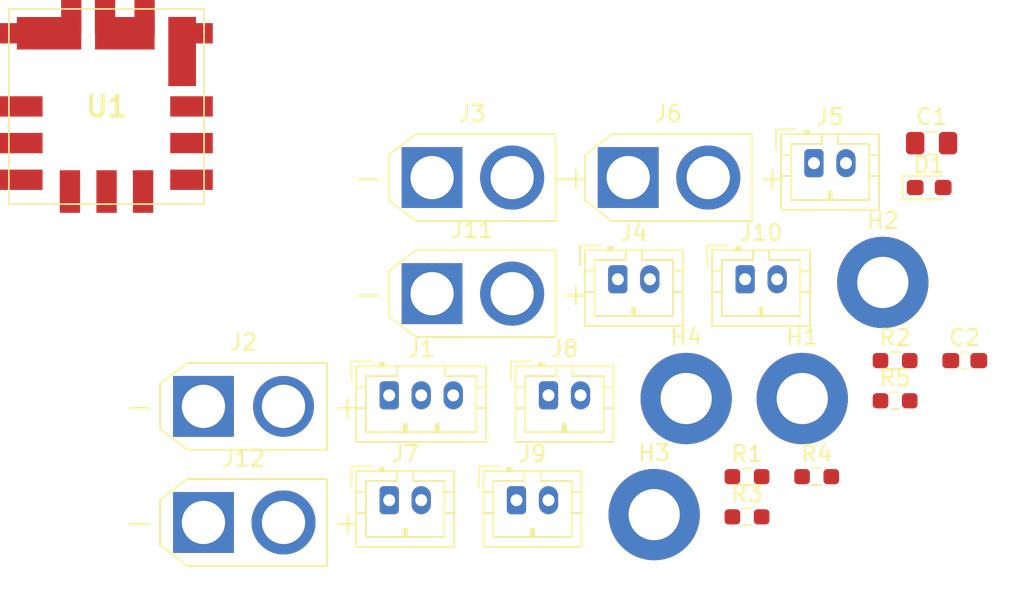
<source format=kicad_pcb>
(kicad_pcb (version 20171130) (host pcbnew "(5.1.9)-1")

  (general
    (thickness 1.6)
    (drawings 0)
    (tracks 0)
    (zones 0)
    (modules 25)
    (nets 12)
  )

  (page A4)
  (layers
    (0 F.Cu signal)
    (31 B.Cu signal)
    (32 B.Adhes user)
    (33 F.Adhes user)
    (34 B.Paste user)
    (35 F.Paste user)
    (36 B.SilkS user)
    (37 F.SilkS user)
    (38 B.Mask user)
    (39 F.Mask user)
    (40 Dwgs.User user)
    (41 Cmts.User user)
    (42 Eco1.User user)
    (43 Eco2.User user)
    (44 Edge.Cuts user)
    (45 Margin user)
    (46 B.CrtYd user)
    (47 F.CrtYd user)
    (48 B.Fab user)
    (49 F.Fab user)
  )

  (setup
    (last_trace_width 0.25)
    (trace_clearance 0.2)
    (zone_clearance 0.508)
    (zone_45_only no)
    (trace_min 0.2)
    (via_size 0.8)
    (via_drill 0.4)
    (via_min_size 0.4)
    (via_min_drill 0.3)
    (uvia_size 0.3)
    (uvia_drill 0.1)
    (uvias_allowed no)
    (uvia_min_size 0.2)
    (uvia_min_drill 0.1)
    (edge_width 0.05)
    (segment_width 0.2)
    (pcb_text_width 0.3)
    (pcb_text_size 1.5 1.5)
    (mod_edge_width 0.12)
    (mod_text_size 1 1)
    (mod_text_width 0.15)
    (pad_size 1.524 1.524)
    (pad_drill 0.762)
    (pad_to_mask_clearance 0)
    (aux_axis_origin 0 0)
    (visible_elements FFFFFF7F)
    (pcbplotparams
      (layerselection 0x010fc_ffffffff)
      (usegerberextensions false)
      (usegerberattributes true)
      (usegerberadvancedattributes true)
      (creategerberjobfile true)
      (excludeedgelayer true)
      (linewidth 0.100000)
      (plotframeref false)
      (viasonmask false)
      (mode 1)
      (useauxorigin false)
      (hpglpennumber 1)
      (hpglpenspeed 20)
      (hpglpendiameter 15.000000)
      (psnegative false)
      (psa4output false)
      (plotreference true)
      (plotvalue true)
      (plotinvisibletext false)
      (padsonsilk false)
      (subtractmaskfromsilk false)
      (outputformat 1)
      (mirror false)
      (drillshape 1)
      (scaleselection 1)
      (outputdirectory ""))
  )

  (net 0 "")
  (net 1 GND)
  (net 2 +BATT)
  (net 3 +5V)
  (net 4 "Net-(D1-Pad1)")
  (net 5 "Net-(J1-Pad2)")
  (net 6 "Net-(R4-Pad1)")
  (net 7 "Net-(U1-Pad12)")
  (net 8 "Net-(U1-Pad11)")
  (net 9 "Net-(U1-Pad10)")
  (net 10 "Net-(U1-Pad9)")
  (net 11 "Net-(U1-Pad8)")

  (net_class Default "This is the default net class."
    (clearance 0.2)
    (trace_width 0.25)
    (via_dia 0.8)
    (via_drill 0.4)
    (uvia_dia 0.3)
    (uvia_drill 0.1)
    (add_net +5V)
    (add_net +BATT)
    (add_net GND)
    (add_net "Net-(D1-Pad1)")
    (add_net "Net-(J1-Pad2)")
    (add_net "Net-(R4-Pad1)")
    (add_net "Net-(U1-Pad10)")
    (add_net "Net-(U1-Pad11)")
    (add_net "Net-(U1-Pad12)")
    (add_net "Net-(U1-Pad8)")
    (add_net "Net-(U1-Pad9)")
  )

  (module OKL-T_6-W12N-C:OKL-T_3-W5 (layer F.Cu) (tedit 60353764) (tstamp 6037716E)
    (at 119.53113 81.149)
    (descr OKL-T/3-W5)
    (tags "Undefined or Miscellaneous")
    (path /5EDB87BA)
    (attr smd)
    (fp_text reference U1 (at -6.095 -6.095) (layer F.SilkS)
      (effects (font (size 1.27 1.27) (thickness 0.254)))
    )
    (fp_text value OKL-T_6-W12N-C (at -6.095 -6.095) (layer F.SilkS) hide
      (effects (font (size 1.27 1.27) (thickness 0.254)))
    )
    (fp_text user %R (at -6.095 -6.095) (layer F.Fab)
      (effects (font (size 1.27 1.27) (thickness 0.254)))
    )
    (fp_line (start -12.19 0) (end 0 0) (layer F.Fab) (width 0.2))
    (fp_line (start 0 0) (end 0 -12.19) (layer F.Fab) (width 0.2))
    (fp_line (start 0 -12.19) (end -12.19 -12.19) (layer F.Fab) (width 0.2))
    (fp_line (start -12.19 -12.19) (end -12.19 0) (layer F.Fab) (width 0.2))
    (fp_line (start -12.19 -12.19) (end 0 -12.19) (layer F.SilkS) (width 0.1))
    (fp_line (start 0 -12.19) (end 0 0) (layer F.SilkS) (width 0.1))
    (fp_line (start 0 0) (end -12.19 0) (layer F.SilkS) (width 0.1))
    (fp_line (start -12.19 0) (end -12.19 -12.19) (layer F.SilkS) (width 0.1))
    (pad 3 smd rect (at -3.71646 -11.6677 180) (size 1.27 2.159) (layers F.Cu F.Paste F.Mask)
      (net 1 GND))
    (pad 3 smd rect (at -6.18446 -11.6677) (size 1.27 2.159) (layers F.Cu F.Paste F.Mask)
      (net 1 GND))
    (pad 4 smd rect (at -0.53613 -10.668 90) (size 1.27 2.159) (layers F.Cu F.Paste F.Mask)
      (net 3 +5V))
    (pad 2 smd rect (at -8.296072 -11.6677 180) (size 1.27 2.159) (layers F.Cu F.Paste F.Mask)
      (net 2 +BATT))
    (pad 2 smd rect (at -11.66657 -10.668 90) (size 1.27 2.159) (layers F.Cu F.Paste F.Mask)
      (net 2 +BATT))
    (pad 12 smd rect (at -3.81 -0.78359 90) (size 2.659 1.27) (layers F.Cu F.Paste F.Mask)
      (net 7 "Net-(U1-Pad12)"))
    (pad 11 smd rect (at -0.78613 -3.81 90) (size 1.27 2.659) (layers F.Cu F.Paste F.Mask)
      (net 8 "Net-(U1-Pad11)"))
    (pad 10 smd rect (at -11.41657 -3.81 90) (size 1.27 2.659) (layers F.Cu F.Paste F.Mask)
      (net 9 "Net-(U1-Pad10)"))
    (pad 9 smd rect (at -11.41657 -1.52 90) (size 1.27 2.659) (layers F.Cu F.Paste F.Mask)
      (net 10 "Net-(U1-Pad9)"))
    (pad 8 smd rect (at -8.38 -0.78359 90) (size 2.659 1.27) (layers F.Cu F.Paste F.Mask)
      (net 11 "Net-(U1-Pad8)"))
    (pad 7 smd rect (at -6.09 -0.78359 90) (size 2.659 1.27) (layers F.Cu F.Paste F.Mask)
      (net 1 GND))
    (pad 6 smd rect (at -0.78613 -1.52 90) (size 1.27 2.659) (layers F.Cu F.Paste F.Mask)
      (net 6 "Net-(R4-Pad1)"))
    (pad 5 smd rect (at -0.78613 -6.1 90) (size 1.27 2.659) (layers F.Cu F.Paste F.Mask)
      (net 3 +5V))
    (pad 4 smd rect (at -1.37 -9.53) (size 1.73 4.32) (layers F.Cu F.Paste F.Mask)
      (net 3 +5V))
    (pad 3 smd rect (at -4.95 -10.67 90) (size 2.03 3.72) (layers F.Cu F.Paste F.Mask)
      (net 1 GND))
    (pad 2 smd rect (at -9.68 -10.67 90) (size 2.03 4.02) (layers F.Cu F.Paste F.Mask)
      (net 2 +BATT))
    (pad 1 smd rect (at -11.41657 -6.1 90) (size 1.27 2.659) (layers F.Cu F.Paste F.Mask)
      (net 1 GND))
  )

  (module Resistor_SMD:R_0603_1608Metric_Pad0.98x0.95mm_HandSolder (layer F.Cu) (tedit 5F68FEEE) (tstamp 60377150)
    (at 162.693 93.433)
    (descr "Resistor SMD 0603 (1608 Metric), square (rectangular) end terminal, IPC_7351 nominal with elongated pad for handsoldering. (Body size source: IPC-SM-782 page 72, https://www.pcb-3d.com/wordpress/wp-content/uploads/ipc-sm-782a_amendment_1_and_2.pdf), generated with kicad-footprint-generator")
    (tags "resistor handsolder")
    (path /5EDDB2C8)
    (attr smd)
    (fp_text reference R5 (at 0 -1.43) (layer F.SilkS)
      (effects (font (size 1 1) (thickness 0.15)))
    )
    (fp_text value 300 (at 0 1.43) (layer F.Fab)
      (effects (font (size 1 1) (thickness 0.15)))
    )
    (fp_text user %R (at 0 0) (layer F.Fab)
      (effects (font (size 0.4 0.4) (thickness 0.06)))
    )
    (fp_line (start -0.8 0.4125) (end -0.8 -0.4125) (layer F.Fab) (width 0.1))
    (fp_line (start -0.8 -0.4125) (end 0.8 -0.4125) (layer F.Fab) (width 0.1))
    (fp_line (start 0.8 -0.4125) (end 0.8 0.4125) (layer F.Fab) (width 0.1))
    (fp_line (start 0.8 0.4125) (end -0.8 0.4125) (layer F.Fab) (width 0.1))
    (fp_line (start -0.254724 -0.5225) (end 0.254724 -0.5225) (layer F.SilkS) (width 0.12))
    (fp_line (start -0.254724 0.5225) (end 0.254724 0.5225) (layer F.SilkS) (width 0.12))
    (fp_line (start -1.65 0.73) (end -1.65 -0.73) (layer F.CrtYd) (width 0.05))
    (fp_line (start -1.65 -0.73) (end 1.65 -0.73) (layer F.CrtYd) (width 0.05))
    (fp_line (start 1.65 -0.73) (end 1.65 0.73) (layer F.CrtYd) (width 0.05))
    (fp_line (start 1.65 0.73) (end -1.65 0.73) (layer F.CrtYd) (width 0.05))
    (pad 2 smd roundrect (at 0.9125 0) (size 0.975 0.95) (layers F.Cu F.Paste F.Mask) (roundrect_rratio 0.25)
      (net 1 GND))
    (pad 1 smd roundrect (at -0.9125 0) (size 0.975 0.95) (layers F.Cu F.Paste F.Mask) (roundrect_rratio 0.25)
      (net 4 "Net-(D1-Pad1)"))
    (model ${KISYS3DMOD}/Resistor_SMD.3dshapes/R_0603_1608Metric.wrl
      (at (xyz 0 0 0))
      (scale (xyz 1 1 1))
      (rotate (xyz 0 0 0))
    )
  )

  (module Resistor_SMD:R_0603_1608Metric_Pad0.98x0.95mm_HandSolder (layer F.Cu) (tedit 5F68FEEE) (tstamp 6037713F)
    (at 157.793 98.173)
    (descr "Resistor SMD 0603 (1608 Metric), square (rectangular) end terminal, IPC_7351 nominal with elongated pad for handsoldering. (Body size source: IPC-SM-782 page 72, https://www.pcb-3d.com/wordpress/wp-content/uploads/ipc-sm-782a_amendment_1_and_2.pdf), generated with kicad-footprint-generator")
    (tags "resistor handsolder")
    (path /5EDB98FF)
    (attr smd)
    (fp_text reference R4 (at 0 -1.43) (layer F.SilkS)
      (effects (font (size 1 1) (thickness 0.15)))
    )
    (fp_text value 1.33K (at 0 1.43) (layer F.Fab)
      (effects (font (size 1 1) (thickness 0.15)))
    )
    (fp_text user %R (at 0 0) (layer F.Fab)
      (effects (font (size 0.4 0.4) (thickness 0.06)))
    )
    (fp_line (start -0.8 0.4125) (end -0.8 -0.4125) (layer F.Fab) (width 0.1))
    (fp_line (start -0.8 -0.4125) (end 0.8 -0.4125) (layer F.Fab) (width 0.1))
    (fp_line (start 0.8 -0.4125) (end 0.8 0.4125) (layer F.Fab) (width 0.1))
    (fp_line (start 0.8 0.4125) (end -0.8 0.4125) (layer F.Fab) (width 0.1))
    (fp_line (start -0.254724 -0.5225) (end 0.254724 -0.5225) (layer F.SilkS) (width 0.12))
    (fp_line (start -0.254724 0.5225) (end 0.254724 0.5225) (layer F.SilkS) (width 0.12))
    (fp_line (start -1.65 0.73) (end -1.65 -0.73) (layer F.CrtYd) (width 0.05))
    (fp_line (start -1.65 -0.73) (end 1.65 -0.73) (layer F.CrtYd) (width 0.05))
    (fp_line (start 1.65 -0.73) (end 1.65 0.73) (layer F.CrtYd) (width 0.05))
    (fp_line (start 1.65 0.73) (end -1.65 0.73) (layer F.CrtYd) (width 0.05))
    (pad 2 smd roundrect (at 0.9125 0) (size 0.975 0.95) (layers F.Cu F.Paste F.Mask) (roundrect_rratio 0.25)
      (net 1 GND))
    (pad 1 smd roundrect (at -0.9125 0) (size 0.975 0.95) (layers F.Cu F.Paste F.Mask) (roundrect_rratio 0.25)
      (net 6 "Net-(R4-Pad1)"))
    (model ${KISYS3DMOD}/Resistor_SMD.3dshapes/R_0603_1608Metric.wrl
      (at (xyz 0 0 0))
      (scale (xyz 1 1 1))
      (rotate (xyz 0 0 0))
    )
  )

  (module Resistor_SMD:R_0603_1608Metric_Pad0.98x0.95mm_HandSolder (layer F.Cu) (tedit 5F68FEEE) (tstamp 6037712E)
    (at 153.443 100.683)
    (descr "Resistor SMD 0603 (1608 Metric), square (rectangular) end terminal, IPC_7351 nominal with elongated pad for handsoldering. (Body size source: IPC-SM-782 page 72, https://www.pcb-3d.com/wordpress/wp-content/uploads/ipc-sm-782a_amendment_1_and_2.pdf), generated with kicad-footprint-generator")
    (tags "resistor handsolder")
    (path /5EDB9CAF)
    (attr smd)
    (fp_text reference R3 (at 0 -1.43) (layer F.SilkS)
      (effects (font (size 1 1) (thickness 0.15)))
    )
    (fp_text value 20K (at 0 1.43) (layer F.Fab)
      (effects (font (size 1 1) (thickness 0.15)))
    )
    (fp_text user %R (at 0 0) (layer F.Fab)
      (effects (font (size 0.4 0.4) (thickness 0.06)))
    )
    (fp_line (start -0.8 0.4125) (end -0.8 -0.4125) (layer F.Fab) (width 0.1))
    (fp_line (start -0.8 -0.4125) (end 0.8 -0.4125) (layer F.Fab) (width 0.1))
    (fp_line (start 0.8 -0.4125) (end 0.8 0.4125) (layer F.Fab) (width 0.1))
    (fp_line (start 0.8 0.4125) (end -0.8 0.4125) (layer F.Fab) (width 0.1))
    (fp_line (start -0.254724 -0.5225) (end 0.254724 -0.5225) (layer F.SilkS) (width 0.12))
    (fp_line (start -0.254724 0.5225) (end 0.254724 0.5225) (layer F.SilkS) (width 0.12))
    (fp_line (start -1.65 0.73) (end -1.65 -0.73) (layer F.CrtYd) (width 0.05))
    (fp_line (start -1.65 -0.73) (end 1.65 -0.73) (layer F.CrtYd) (width 0.05))
    (fp_line (start 1.65 -0.73) (end 1.65 0.73) (layer F.CrtYd) (width 0.05))
    (fp_line (start 1.65 0.73) (end -1.65 0.73) (layer F.CrtYd) (width 0.05))
    (pad 2 smd roundrect (at 0.9125 0) (size 0.975 0.95) (layers F.Cu F.Paste F.Mask) (roundrect_rratio 0.25)
      (net 1 GND))
    (pad 1 smd roundrect (at -0.9125 0) (size 0.975 0.95) (layers F.Cu F.Paste F.Mask) (roundrect_rratio 0.25)
      (net 3 +5V))
    (model ${KISYS3DMOD}/Resistor_SMD.3dshapes/R_0603_1608Metric.wrl
      (at (xyz 0 0 0))
      (scale (xyz 1 1 1))
      (rotate (xyz 0 0 0))
    )
  )

  (module Resistor_SMD:R_0603_1608Metric_Pad0.98x0.95mm_HandSolder (layer F.Cu) (tedit 5F68FEEE) (tstamp 6037711D)
    (at 162.693 90.923)
    (descr "Resistor SMD 0603 (1608 Metric), square (rectangular) end terminal, IPC_7351 nominal with elongated pad for handsoldering. (Body size source: IPC-SM-782 page 72, https://www.pcb-3d.com/wordpress/wp-content/uploads/ipc-sm-782a_amendment_1_and_2.pdf), generated with kicad-footprint-generator")
    (tags "resistor handsolder")
    (path /5EDCC21E)
    (attr smd)
    (fp_text reference R2 (at 0 -1.43) (layer F.SilkS)
      (effects (font (size 1 1) (thickness 0.15)))
    )
    (fp_text value 150 (at 0 1.43) (layer F.Fab)
      (effects (font (size 1 1) (thickness 0.15)))
    )
    (fp_text user %R (at 0 0) (layer F.Fab)
      (effects (font (size 0.4 0.4) (thickness 0.06)))
    )
    (fp_line (start -0.8 0.4125) (end -0.8 -0.4125) (layer F.Fab) (width 0.1))
    (fp_line (start -0.8 -0.4125) (end 0.8 -0.4125) (layer F.Fab) (width 0.1))
    (fp_line (start 0.8 -0.4125) (end 0.8 0.4125) (layer F.Fab) (width 0.1))
    (fp_line (start 0.8 0.4125) (end -0.8 0.4125) (layer F.Fab) (width 0.1))
    (fp_line (start -0.254724 -0.5225) (end 0.254724 -0.5225) (layer F.SilkS) (width 0.12))
    (fp_line (start -0.254724 0.5225) (end 0.254724 0.5225) (layer F.SilkS) (width 0.12))
    (fp_line (start -1.65 0.73) (end -1.65 -0.73) (layer F.CrtYd) (width 0.05))
    (fp_line (start -1.65 -0.73) (end 1.65 -0.73) (layer F.CrtYd) (width 0.05))
    (fp_line (start 1.65 -0.73) (end 1.65 0.73) (layer F.CrtYd) (width 0.05))
    (fp_line (start 1.65 0.73) (end -1.65 0.73) (layer F.CrtYd) (width 0.05))
    (pad 2 smd roundrect (at 0.9125 0) (size 0.975 0.95) (layers F.Cu F.Paste F.Mask) (roundrect_rratio 0.25)
      (net 1 GND))
    (pad 1 smd roundrect (at -0.9125 0) (size 0.975 0.95) (layers F.Cu F.Paste F.Mask) (roundrect_rratio 0.25)
      (net 5 "Net-(J1-Pad2)"))
    (model ${KISYS3DMOD}/Resistor_SMD.3dshapes/R_0603_1608Metric.wrl
      (at (xyz 0 0 0))
      (scale (xyz 1 1 1))
      (rotate (xyz 0 0 0))
    )
  )

  (module Resistor_SMD:R_0603_1608Metric_Pad0.98x0.95mm_HandSolder (layer F.Cu) (tedit 5F68FEEE) (tstamp 6037710C)
    (at 153.443 98.173)
    (descr "Resistor SMD 0603 (1608 Metric), square (rectangular) end terminal, IPC_7351 nominal with elongated pad for handsoldering. (Body size source: IPC-SM-782 page 72, https://www.pcb-3d.com/wordpress/wp-content/uploads/ipc-sm-782a_amendment_1_and_2.pdf), generated with kicad-footprint-generator")
    (tags "resistor handsolder")
    (path /5EDCBAB9)
    (attr smd)
    (fp_text reference R1 (at 0 -1.43) (layer F.SilkS)
      (effects (font (size 1 1) (thickness 0.15)))
    )
    (fp_text value 1K (at 0 1.43) (layer F.Fab)
      (effects (font (size 1 1) (thickness 0.15)))
    )
    (fp_text user %R (at 0 0) (layer F.Fab)
      (effects (font (size 0.4 0.4) (thickness 0.06)))
    )
    (fp_line (start -0.8 0.4125) (end -0.8 -0.4125) (layer F.Fab) (width 0.1))
    (fp_line (start -0.8 -0.4125) (end 0.8 -0.4125) (layer F.Fab) (width 0.1))
    (fp_line (start 0.8 -0.4125) (end 0.8 0.4125) (layer F.Fab) (width 0.1))
    (fp_line (start 0.8 0.4125) (end -0.8 0.4125) (layer F.Fab) (width 0.1))
    (fp_line (start -0.254724 -0.5225) (end 0.254724 -0.5225) (layer F.SilkS) (width 0.12))
    (fp_line (start -0.254724 0.5225) (end 0.254724 0.5225) (layer F.SilkS) (width 0.12))
    (fp_line (start -1.65 0.73) (end -1.65 -0.73) (layer F.CrtYd) (width 0.05))
    (fp_line (start -1.65 -0.73) (end 1.65 -0.73) (layer F.CrtYd) (width 0.05))
    (fp_line (start 1.65 -0.73) (end 1.65 0.73) (layer F.CrtYd) (width 0.05))
    (fp_line (start 1.65 0.73) (end -1.65 0.73) (layer F.CrtYd) (width 0.05))
    (pad 2 smd roundrect (at 0.9125 0) (size 0.975 0.95) (layers F.Cu F.Paste F.Mask) (roundrect_rratio 0.25)
      (net 5 "Net-(J1-Pad2)"))
    (pad 1 smd roundrect (at -0.9125 0) (size 0.975 0.95) (layers F.Cu F.Paste F.Mask) (roundrect_rratio 0.25)
      (net 2 +BATT))
    (model ${KISYS3DMOD}/Resistor_SMD.3dshapes/R_0603_1608Metric.wrl
      (at (xyz 0 0 0))
      (scale (xyz 1 1 1))
      (rotate (xyz 0 0 0))
    )
  )

  (module Connector_AMASS:AMASS_XT30U-F_1x02_P5.0mm_Vertical (layer F.Cu) (tedit 5C8E9CDA) (tstamp 603770FB)
    (at 119.493 101.033)
    (descr "Connector XT30 Vertical Cable Female, https://www.tme.eu/en/Document/3cbfa5cfa544d79584972dd5234a409e/XT30U%20SPEC.pdf")
    (tags "RC Connector XT30")
    (path /5EEE27F1)
    (fp_text reference J12 (at 2.5 -4) (layer F.SilkS)
      (effects (font (size 1 1) (thickness 0.15)))
    )
    (fp_text value "BATT OUTPUT" (at 2.5 4) (layer F.Fab)
      (effects (font (size 1 1) (thickness 0.15)))
    )
    (fp_text user - (at -4 0) (layer F.SilkS)
      (effects (font (size 1.5 1.5) (thickness 0.15)))
    )
    (fp_text user + (at 9 0) (layer F.SilkS)
      (effects (font (size 1.5 1.5) (thickness 0.15)))
    )
    (fp_text user %R (at 2.5 0) (layer F.Fab)
      (effects (font (size 1 1) (thickness 0.15)))
    )
    (fp_line (start -2.6 -1.3) (end -2.6 1.3) (layer F.Fab) (width 0.1))
    (fp_line (start 7.6 -2.6) (end 7.6 2.6) (layer F.Fab) (width 0.1))
    (fp_line (start -0.9 -2.6) (end 7.6 -2.6) (layer F.Fab) (width 0.1))
    (fp_line (start -0.9 2.6) (end 7.6 2.6) (layer F.Fab) (width 0.1))
    (fp_line (start -2.6 -1.3) (end -0.9 -2.6) (layer F.Fab) (width 0.1))
    (fp_line (start -2.6 1.3) (end -0.9 2.6) (layer F.Fab) (width 0.1))
    (fp_line (start -1.01 -2.71) (end 7.71 -2.71) (layer F.SilkS) (width 0.12))
    (fp_line (start 7.71 -2.71) (end 7.71 2.71) (layer F.SilkS) (width 0.12))
    (fp_line (start -1.01 2.71) (end 7.71 2.71) (layer F.SilkS) (width 0.12))
    (fp_line (start -2.71 -1.41) (end -1.01 -2.71) (layer F.SilkS) (width 0.12))
    (fp_line (start -2.71 1.41) (end -1.01 2.71) (layer F.SilkS) (width 0.12))
    (fp_line (start -2.71 -1.41) (end -2.71 1.41) (layer F.SilkS) (width 0.12))
    (fp_line (start -1.4 -3.1) (end 8.1 -3.1) (layer F.CrtYd) (width 0.05))
    (fp_line (start 8.1 -3.1) (end 8.1 3.1) (layer F.CrtYd) (width 0.05))
    (fp_line (start -3.1 -1.8) (end -3.1 1.8) (layer F.CrtYd) (width 0.05))
    (fp_line (start -1.4 3.1) (end 8.1 3.1) (layer F.CrtYd) (width 0.05))
    (fp_line (start -3.1 -1.8) (end -1.4 -3.1) (layer F.CrtYd) (width 0.05))
    (fp_line (start -3.1 1.8) (end -1.4 3.1) (layer F.CrtYd) (width 0.05))
    (pad 2 thru_hole circle (at 5 0) (size 4 4) (drill 2.7) (layers *.Cu *.Mask)
      (net 2 +BATT))
    (pad 1 thru_hole rect (at 0 0) (size 3.8 3.8) (drill 2.7) (layers *.Cu *.Mask)
      (net 1 GND))
    (model ${KISYS3DMOD}/Connector_AMASS.3dshapes/AMASS_XT30U-F_1x02_P5.0mm_Vertical.wrl
      (at (xyz 0 0 0))
      (scale (xyz 1 1 1))
      (rotate (xyz 0 0 0))
    )
  )

  (module Connector_AMASS:AMASS_XT30U-F_1x02_P5.0mm_Vertical (layer F.Cu) (tedit 5C8E9CDA) (tstamp 603770E0)
    (at 133.773 86.743)
    (descr "Connector XT30 Vertical Cable Female, https://www.tme.eu/en/Document/3cbfa5cfa544d79584972dd5234a409e/XT30U%20SPEC.pdf")
    (tags "RC Connector XT30")
    (path /5EECBAEE)
    (fp_text reference J11 (at 2.5 -4) (layer F.SilkS)
      (effects (font (size 1 1) (thickness 0.15)))
    )
    (fp_text value "BATT OUTPUT" (at 2.5 4) (layer F.Fab)
      (effects (font (size 1 1) (thickness 0.15)))
    )
    (fp_text user - (at -4 0) (layer F.SilkS)
      (effects (font (size 1.5 1.5) (thickness 0.15)))
    )
    (fp_text user + (at 9 0) (layer F.SilkS)
      (effects (font (size 1.5 1.5) (thickness 0.15)))
    )
    (fp_text user %R (at 2.5 0) (layer F.Fab)
      (effects (font (size 1 1) (thickness 0.15)))
    )
    (fp_line (start -2.6 -1.3) (end -2.6 1.3) (layer F.Fab) (width 0.1))
    (fp_line (start 7.6 -2.6) (end 7.6 2.6) (layer F.Fab) (width 0.1))
    (fp_line (start -0.9 -2.6) (end 7.6 -2.6) (layer F.Fab) (width 0.1))
    (fp_line (start -0.9 2.6) (end 7.6 2.6) (layer F.Fab) (width 0.1))
    (fp_line (start -2.6 -1.3) (end -0.9 -2.6) (layer F.Fab) (width 0.1))
    (fp_line (start -2.6 1.3) (end -0.9 2.6) (layer F.Fab) (width 0.1))
    (fp_line (start -1.01 -2.71) (end 7.71 -2.71) (layer F.SilkS) (width 0.12))
    (fp_line (start 7.71 -2.71) (end 7.71 2.71) (layer F.SilkS) (width 0.12))
    (fp_line (start -1.01 2.71) (end 7.71 2.71) (layer F.SilkS) (width 0.12))
    (fp_line (start -2.71 -1.41) (end -1.01 -2.71) (layer F.SilkS) (width 0.12))
    (fp_line (start -2.71 1.41) (end -1.01 2.71) (layer F.SilkS) (width 0.12))
    (fp_line (start -2.71 -1.41) (end -2.71 1.41) (layer F.SilkS) (width 0.12))
    (fp_line (start -1.4 -3.1) (end 8.1 -3.1) (layer F.CrtYd) (width 0.05))
    (fp_line (start 8.1 -3.1) (end 8.1 3.1) (layer F.CrtYd) (width 0.05))
    (fp_line (start -3.1 -1.8) (end -3.1 1.8) (layer F.CrtYd) (width 0.05))
    (fp_line (start -1.4 3.1) (end 8.1 3.1) (layer F.CrtYd) (width 0.05))
    (fp_line (start -3.1 -1.8) (end -1.4 -3.1) (layer F.CrtYd) (width 0.05))
    (fp_line (start -3.1 1.8) (end -1.4 3.1) (layer F.CrtYd) (width 0.05))
    (pad 2 thru_hole circle (at 5 0) (size 4 4) (drill 2.7) (layers *.Cu *.Mask)
      (net 2 +BATT))
    (pad 1 thru_hole rect (at 0 0) (size 3.8 3.8) (drill 2.7) (layers *.Cu *.Mask)
      (net 1 GND))
    (model ${KISYS3DMOD}/Connector_AMASS.3dshapes/AMASS_XT30U-F_1x02_P5.0mm_Vertical.wrl
      (at (xyz 0 0 0))
      (scale (xyz 1 1 1))
      (rotate (xyz 0 0 0))
    )
  )

  (module Connector_JST:JST_PH_B2B-PH-K_1x02_P2.00mm_Vertical (layer F.Cu) (tedit 5B7745C2) (tstamp 603770C5)
    (at 153.323 85.843)
    (descr "JST PH series connector, B2B-PH-K (http://www.jst-mfg.com/product/pdf/eng/ePH.pdf), generated with kicad-footprint-generator")
    (tags "connector JST PH side entry")
    (path /5EE55BA1)
    (fp_text reference J10 (at 1 -2.9) (layer F.SilkS)
      (effects (font (size 1 1) (thickness 0.15)))
    )
    (fp_text value "5V OUTPUT" (at 1 4) (layer F.Fab)
      (effects (font (size 1 1) (thickness 0.15)))
    )
    (fp_text user %R (at 1 1.5) (layer F.Fab)
      (effects (font (size 1 1) (thickness 0.15)))
    )
    (fp_line (start -2.06 -1.81) (end -2.06 2.91) (layer F.SilkS) (width 0.12))
    (fp_line (start -2.06 2.91) (end 4.06 2.91) (layer F.SilkS) (width 0.12))
    (fp_line (start 4.06 2.91) (end 4.06 -1.81) (layer F.SilkS) (width 0.12))
    (fp_line (start 4.06 -1.81) (end -2.06 -1.81) (layer F.SilkS) (width 0.12))
    (fp_line (start -0.3 -1.81) (end -0.3 -2.01) (layer F.SilkS) (width 0.12))
    (fp_line (start -0.3 -2.01) (end -0.6 -2.01) (layer F.SilkS) (width 0.12))
    (fp_line (start -0.6 -2.01) (end -0.6 -1.81) (layer F.SilkS) (width 0.12))
    (fp_line (start -0.3 -1.91) (end -0.6 -1.91) (layer F.SilkS) (width 0.12))
    (fp_line (start 0.5 -1.81) (end 0.5 -1.2) (layer F.SilkS) (width 0.12))
    (fp_line (start 0.5 -1.2) (end -1.45 -1.2) (layer F.SilkS) (width 0.12))
    (fp_line (start -1.45 -1.2) (end -1.45 2.3) (layer F.SilkS) (width 0.12))
    (fp_line (start -1.45 2.3) (end 3.45 2.3) (layer F.SilkS) (width 0.12))
    (fp_line (start 3.45 2.3) (end 3.45 -1.2) (layer F.SilkS) (width 0.12))
    (fp_line (start 3.45 -1.2) (end 1.5 -1.2) (layer F.SilkS) (width 0.12))
    (fp_line (start 1.5 -1.2) (end 1.5 -1.81) (layer F.SilkS) (width 0.12))
    (fp_line (start -2.06 -0.5) (end -1.45 -0.5) (layer F.SilkS) (width 0.12))
    (fp_line (start -2.06 0.8) (end -1.45 0.8) (layer F.SilkS) (width 0.12))
    (fp_line (start 4.06 -0.5) (end 3.45 -0.5) (layer F.SilkS) (width 0.12))
    (fp_line (start 4.06 0.8) (end 3.45 0.8) (layer F.SilkS) (width 0.12))
    (fp_line (start 0.9 2.3) (end 0.9 1.8) (layer F.SilkS) (width 0.12))
    (fp_line (start 0.9 1.8) (end 1.1 1.8) (layer F.SilkS) (width 0.12))
    (fp_line (start 1.1 1.8) (end 1.1 2.3) (layer F.SilkS) (width 0.12))
    (fp_line (start 1 2.3) (end 1 1.8) (layer F.SilkS) (width 0.12))
    (fp_line (start -1.11 -2.11) (end -2.36 -2.11) (layer F.SilkS) (width 0.12))
    (fp_line (start -2.36 -2.11) (end -2.36 -0.86) (layer F.SilkS) (width 0.12))
    (fp_line (start -1.11 -2.11) (end -2.36 -2.11) (layer F.Fab) (width 0.1))
    (fp_line (start -2.36 -2.11) (end -2.36 -0.86) (layer F.Fab) (width 0.1))
    (fp_line (start -1.95 -1.7) (end -1.95 2.8) (layer F.Fab) (width 0.1))
    (fp_line (start -1.95 2.8) (end 3.95 2.8) (layer F.Fab) (width 0.1))
    (fp_line (start 3.95 2.8) (end 3.95 -1.7) (layer F.Fab) (width 0.1))
    (fp_line (start 3.95 -1.7) (end -1.95 -1.7) (layer F.Fab) (width 0.1))
    (fp_line (start -2.45 -2.2) (end -2.45 3.3) (layer F.CrtYd) (width 0.05))
    (fp_line (start -2.45 3.3) (end 4.45 3.3) (layer F.CrtYd) (width 0.05))
    (fp_line (start 4.45 3.3) (end 4.45 -2.2) (layer F.CrtYd) (width 0.05))
    (fp_line (start 4.45 -2.2) (end -2.45 -2.2) (layer F.CrtYd) (width 0.05))
    (pad 2 thru_hole oval (at 2 0) (size 1.2 1.75) (drill 0.75) (layers *.Cu *.Mask)
      (net 1 GND))
    (pad 1 thru_hole roundrect (at 0 0) (size 1.2 1.75) (drill 0.75) (layers *.Cu *.Mask) (roundrect_rratio 0.208333)
      (net 3 +5V))
    (model ${KISYS3DMOD}/Connector_JST.3dshapes/JST_PH_B2B-PH-K_1x02_P2.00mm_Vertical.wrl
      (at (xyz 0 0 0))
      (scale (xyz 1 1 1))
      (rotate (xyz 0 0 0))
    )
  )

  (module Connector_JST:JST_PH_B2B-PH-K_1x02_P2.00mm_Vertical (layer F.Cu) (tedit 5B7745C2) (tstamp 6037709B)
    (at 139.043 99.643)
    (descr "JST PH series connector, B2B-PH-K (http://www.jst-mfg.com/product/pdf/eng/ePH.pdf), generated with kicad-footprint-generator")
    (tags "connector JST PH side entry")
    (path /5EE01E70)
    (fp_text reference J9 (at 1 -2.9) (layer F.SilkS)
      (effects (font (size 1 1) (thickness 0.15)))
    )
    (fp_text value "5V OUTPUT" (at 1 4) (layer F.Fab)
      (effects (font (size 1 1) (thickness 0.15)))
    )
    (fp_text user %R (at 1 1.5) (layer F.Fab)
      (effects (font (size 1 1) (thickness 0.15)))
    )
    (fp_line (start -2.06 -1.81) (end -2.06 2.91) (layer F.SilkS) (width 0.12))
    (fp_line (start -2.06 2.91) (end 4.06 2.91) (layer F.SilkS) (width 0.12))
    (fp_line (start 4.06 2.91) (end 4.06 -1.81) (layer F.SilkS) (width 0.12))
    (fp_line (start 4.06 -1.81) (end -2.06 -1.81) (layer F.SilkS) (width 0.12))
    (fp_line (start -0.3 -1.81) (end -0.3 -2.01) (layer F.SilkS) (width 0.12))
    (fp_line (start -0.3 -2.01) (end -0.6 -2.01) (layer F.SilkS) (width 0.12))
    (fp_line (start -0.6 -2.01) (end -0.6 -1.81) (layer F.SilkS) (width 0.12))
    (fp_line (start -0.3 -1.91) (end -0.6 -1.91) (layer F.SilkS) (width 0.12))
    (fp_line (start 0.5 -1.81) (end 0.5 -1.2) (layer F.SilkS) (width 0.12))
    (fp_line (start 0.5 -1.2) (end -1.45 -1.2) (layer F.SilkS) (width 0.12))
    (fp_line (start -1.45 -1.2) (end -1.45 2.3) (layer F.SilkS) (width 0.12))
    (fp_line (start -1.45 2.3) (end 3.45 2.3) (layer F.SilkS) (width 0.12))
    (fp_line (start 3.45 2.3) (end 3.45 -1.2) (layer F.SilkS) (width 0.12))
    (fp_line (start 3.45 -1.2) (end 1.5 -1.2) (layer F.SilkS) (width 0.12))
    (fp_line (start 1.5 -1.2) (end 1.5 -1.81) (layer F.SilkS) (width 0.12))
    (fp_line (start -2.06 -0.5) (end -1.45 -0.5) (layer F.SilkS) (width 0.12))
    (fp_line (start -2.06 0.8) (end -1.45 0.8) (layer F.SilkS) (width 0.12))
    (fp_line (start 4.06 -0.5) (end 3.45 -0.5) (layer F.SilkS) (width 0.12))
    (fp_line (start 4.06 0.8) (end 3.45 0.8) (layer F.SilkS) (width 0.12))
    (fp_line (start 0.9 2.3) (end 0.9 1.8) (layer F.SilkS) (width 0.12))
    (fp_line (start 0.9 1.8) (end 1.1 1.8) (layer F.SilkS) (width 0.12))
    (fp_line (start 1.1 1.8) (end 1.1 2.3) (layer F.SilkS) (width 0.12))
    (fp_line (start 1 2.3) (end 1 1.8) (layer F.SilkS) (width 0.12))
    (fp_line (start -1.11 -2.11) (end -2.36 -2.11) (layer F.SilkS) (width 0.12))
    (fp_line (start -2.36 -2.11) (end -2.36 -0.86) (layer F.SilkS) (width 0.12))
    (fp_line (start -1.11 -2.11) (end -2.36 -2.11) (layer F.Fab) (width 0.1))
    (fp_line (start -2.36 -2.11) (end -2.36 -0.86) (layer F.Fab) (width 0.1))
    (fp_line (start -1.95 -1.7) (end -1.95 2.8) (layer F.Fab) (width 0.1))
    (fp_line (start -1.95 2.8) (end 3.95 2.8) (layer F.Fab) (width 0.1))
    (fp_line (start 3.95 2.8) (end 3.95 -1.7) (layer F.Fab) (width 0.1))
    (fp_line (start 3.95 -1.7) (end -1.95 -1.7) (layer F.Fab) (width 0.1))
    (fp_line (start -2.45 -2.2) (end -2.45 3.3) (layer F.CrtYd) (width 0.05))
    (fp_line (start -2.45 3.3) (end 4.45 3.3) (layer F.CrtYd) (width 0.05))
    (fp_line (start 4.45 3.3) (end 4.45 -2.2) (layer F.CrtYd) (width 0.05))
    (fp_line (start 4.45 -2.2) (end -2.45 -2.2) (layer F.CrtYd) (width 0.05))
    (pad 2 thru_hole oval (at 2 0) (size 1.2 1.75) (drill 0.75) (layers *.Cu *.Mask)
      (net 1 GND))
    (pad 1 thru_hole roundrect (at 0 0) (size 1.2 1.75) (drill 0.75) (layers *.Cu *.Mask) (roundrect_rratio 0.208333)
      (net 3 +5V))
    (model ${KISYS3DMOD}/Connector_JST.3dshapes/JST_PH_B2B-PH-K_1x02_P2.00mm_Vertical.wrl
      (at (xyz 0 0 0))
      (scale (xyz 1 1 1))
      (rotate (xyz 0 0 0))
    )
  )

  (module Connector_JST:JST_PH_B2B-PH-K_1x02_P2.00mm_Vertical (layer F.Cu) (tedit 5B7745C2) (tstamp 60377071)
    (at 141.043 93.093)
    (descr "JST PH series connector, B2B-PH-K (http://www.jst-mfg.com/product/pdf/eng/ePH.pdf), generated with kicad-footprint-generator")
    (tags "connector JST PH side entry")
    (path /5EE55B8B)
    (fp_text reference J8 (at 1 -2.9) (layer F.SilkS)
      (effects (font (size 1 1) (thickness 0.15)))
    )
    (fp_text value "5V OUTPUT" (at 1 4) (layer F.Fab)
      (effects (font (size 1 1) (thickness 0.15)))
    )
    (fp_text user %R (at 1 1.5) (layer F.Fab)
      (effects (font (size 1 1) (thickness 0.15)))
    )
    (fp_line (start -2.06 -1.81) (end -2.06 2.91) (layer F.SilkS) (width 0.12))
    (fp_line (start -2.06 2.91) (end 4.06 2.91) (layer F.SilkS) (width 0.12))
    (fp_line (start 4.06 2.91) (end 4.06 -1.81) (layer F.SilkS) (width 0.12))
    (fp_line (start 4.06 -1.81) (end -2.06 -1.81) (layer F.SilkS) (width 0.12))
    (fp_line (start -0.3 -1.81) (end -0.3 -2.01) (layer F.SilkS) (width 0.12))
    (fp_line (start -0.3 -2.01) (end -0.6 -2.01) (layer F.SilkS) (width 0.12))
    (fp_line (start -0.6 -2.01) (end -0.6 -1.81) (layer F.SilkS) (width 0.12))
    (fp_line (start -0.3 -1.91) (end -0.6 -1.91) (layer F.SilkS) (width 0.12))
    (fp_line (start 0.5 -1.81) (end 0.5 -1.2) (layer F.SilkS) (width 0.12))
    (fp_line (start 0.5 -1.2) (end -1.45 -1.2) (layer F.SilkS) (width 0.12))
    (fp_line (start -1.45 -1.2) (end -1.45 2.3) (layer F.SilkS) (width 0.12))
    (fp_line (start -1.45 2.3) (end 3.45 2.3) (layer F.SilkS) (width 0.12))
    (fp_line (start 3.45 2.3) (end 3.45 -1.2) (layer F.SilkS) (width 0.12))
    (fp_line (start 3.45 -1.2) (end 1.5 -1.2) (layer F.SilkS) (width 0.12))
    (fp_line (start 1.5 -1.2) (end 1.5 -1.81) (layer F.SilkS) (width 0.12))
    (fp_line (start -2.06 -0.5) (end -1.45 -0.5) (layer F.SilkS) (width 0.12))
    (fp_line (start -2.06 0.8) (end -1.45 0.8) (layer F.SilkS) (width 0.12))
    (fp_line (start 4.06 -0.5) (end 3.45 -0.5) (layer F.SilkS) (width 0.12))
    (fp_line (start 4.06 0.8) (end 3.45 0.8) (layer F.SilkS) (width 0.12))
    (fp_line (start 0.9 2.3) (end 0.9 1.8) (layer F.SilkS) (width 0.12))
    (fp_line (start 0.9 1.8) (end 1.1 1.8) (layer F.SilkS) (width 0.12))
    (fp_line (start 1.1 1.8) (end 1.1 2.3) (layer F.SilkS) (width 0.12))
    (fp_line (start 1 2.3) (end 1 1.8) (layer F.SilkS) (width 0.12))
    (fp_line (start -1.11 -2.11) (end -2.36 -2.11) (layer F.SilkS) (width 0.12))
    (fp_line (start -2.36 -2.11) (end -2.36 -0.86) (layer F.SilkS) (width 0.12))
    (fp_line (start -1.11 -2.11) (end -2.36 -2.11) (layer F.Fab) (width 0.1))
    (fp_line (start -2.36 -2.11) (end -2.36 -0.86) (layer F.Fab) (width 0.1))
    (fp_line (start -1.95 -1.7) (end -1.95 2.8) (layer F.Fab) (width 0.1))
    (fp_line (start -1.95 2.8) (end 3.95 2.8) (layer F.Fab) (width 0.1))
    (fp_line (start 3.95 2.8) (end 3.95 -1.7) (layer F.Fab) (width 0.1))
    (fp_line (start 3.95 -1.7) (end -1.95 -1.7) (layer F.Fab) (width 0.1))
    (fp_line (start -2.45 -2.2) (end -2.45 3.3) (layer F.CrtYd) (width 0.05))
    (fp_line (start -2.45 3.3) (end 4.45 3.3) (layer F.CrtYd) (width 0.05))
    (fp_line (start 4.45 3.3) (end 4.45 -2.2) (layer F.CrtYd) (width 0.05))
    (fp_line (start 4.45 -2.2) (end -2.45 -2.2) (layer F.CrtYd) (width 0.05))
    (pad 2 thru_hole oval (at 2 0) (size 1.2 1.75) (drill 0.75) (layers *.Cu *.Mask)
      (net 1 GND))
    (pad 1 thru_hole roundrect (at 0 0) (size 1.2 1.75) (drill 0.75) (layers *.Cu *.Mask) (roundrect_rratio 0.208333)
      (net 3 +5V))
    (model ${KISYS3DMOD}/Connector_JST.3dshapes/JST_PH_B2B-PH-K_1x02_P2.00mm_Vertical.wrl
      (at (xyz 0 0 0))
      (scale (xyz 1 1 1))
      (rotate (xyz 0 0 0))
    )
  )

  (module Connector_JST:JST_PH_B2B-PH-K_1x02_P2.00mm_Vertical (layer F.Cu) (tedit 5B7745C2) (tstamp 60377047)
    (at 131.093 99.643)
    (descr "JST PH series connector, B2B-PH-K (http://www.jst-mfg.com/product/pdf/eng/ePH.pdf), generated with kicad-footprint-generator")
    (tags "connector JST PH side entry")
    (path /5EDF8F5B)
    (fp_text reference J7 (at 1 -2.9) (layer F.SilkS)
      (effects (font (size 1 1) (thickness 0.15)))
    )
    (fp_text value "5V OUTPUT" (at 1 4) (layer F.Fab)
      (effects (font (size 1 1) (thickness 0.15)))
    )
    (fp_text user %R (at 1 1.5) (layer F.Fab)
      (effects (font (size 1 1) (thickness 0.15)))
    )
    (fp_line (start -2.06 -1.81) (end -2.06 2.91) (layer F.SilkS) (width 0.12))
    (fp_line (start -2.06 2.91) (end 4.06 2.91) (layer F.SilkS) (width 0.12))
    (fp_line (start 4.06 2.91) (end 4.06 -1.81) (layer F.SilkS) (width 0.12))
    (fp_line (start 4.06 -1.81) (end -2.06 -1.81) (layer F.SilkS) (width 0.12))
    (fp_line (start -0.3 -1.81) (end -0.3 -2.01) (layer F.SilkS) (width 0.12))
    (fp_line (start -0.3 -2.01) (end -0.6 -2.01) (layer F.SilkS) (width 0.12))
    (fp_line (start -0.6 -2.01) (end -0.6 -1.81) (layer F.SilkS) (width 0.12))
    (fp_line (start -0.3 -1.91) (end -0.6 -1.91) (layer F.SilkS) (width 0.12))
    (fp_line (start 0.5 -1.81) (end 0.5 -1.2) (layer F.SilkS) (width 0.12))
    (fp_line (start 0.5 -1.2) (end -1.45 -1.2) (layer F.SilkS) (width 0.12))
    (fp_line (start -1.45 -1.2) (end -1.45 2.3) (layer F.SilkS) (width 0.12))
    (fp_line (start -1.45 2.3) (end 3.45 2.3) (layer F.SilkS) (width 0.12))
    (fp_line (start 3.45 2.3) (end 3.45 -1.2) (layer F.SilkS) (width 0.12))
    (fp_line (start 3.45 -1.2) (end 1.5 -1.2) (layer F.SilkS) (width 0.12))
    (fp_line (start 1.5 -1.2) (end 1.5 -1.81) (layer F.SilkS) (width 0.12))
    (fp_line (start -2.06 -0.5) (end -1.45 -0.5) (layer F.SilkS) (width 0.12))
    (fp_line (start -2.06 0.8) (end -1.45 0.8) (layer F.SilkS) (width 0.12))
    (fp_line (start 4.06 -0.5) (end 3.45 -0.5) (layer F.SilkS) (width 0.12))
    (fp_line (start 4.06 0.8) (end 3.45 0.8) (layer F.SilkS) (width 0.12))
    (fp_line (start 0.9 2.3) (end 0.9 1.8) (layer F.SilkS) (width 0.12))
    (fp_line (start 0.9 1.8) (end 1.1 1.8) (layer F.SilkS) (width 0.12))
    (fp_line (start 1.1 1.8) (end 1.1 2.3) (layer F.SilkS) (width 0.12))
    (fp_line (start 1 2.3) (end 1 1.8) (layer F.SilkS) (width 0.12))
    (fp_line (start -1.11 -2.11) (end -2.36 -2.11) (layer F.SilkS) (width 0.12))
    (fp_line (start -2.36 -2.11) (end -2.36 -0.86) (layer F.SilkS) (width 0.12))
    (fp_line (start -1.11 -2.11) (end -2.36 -2.11) (layer F.Fab) (width 0.1))
    (fp_line (start -2.36 -2.11) (end -2.36 -0.86) (layer F.Fab) (width 0.1))
    (fp_line (start -1.95 -1.7) (end -1.95 2.8) (layer F.Fab) (width 0.1))
    (fp_line (start -1.95 2.8) (end 3.95 2.8) (layer F.Fab) (width 0.1))
    (fp_line (start 3.95 2.8) (end 3.95 -1.7) (layer F.Fab) (width 0.1))
    (fp_line (start 3.95 -1.7) (end -1.95 -1.7) (layer F.Fab) (width 0.1))
    (fp_line (start -2.45 -2.2) (end -2.45 3.3) (layer F.CrtYd) (width 0.05))
    (fp_line (start -2.45 3.3) (end 4.45 3.3) (layer F.CrtYd) (width 0.05))
    (fp_line (start 4.45 3.3) (end 4.45 -2.2) (layer F.CrtYd) (width 0.05))
    (fp_line (start 4.45 -2.2) (end -2.45 -2.2) (layer F.CrtYd) (width 0.05))
    (pad 2 thru_hole oval (at 2 0) (size 1.2 1.75) (drill 0.75) (layers *.Cu *.Mask)
      (net 1 GND))
    (pad 1 thru_hole roundrect (at 0 0) (size 1.2 1.75) (drill 0.75) (layers *.Cu *.Mask) (roundrect_rratio 0.208333)
      (net 3 +5V))
    (model ${KISYS3DMOD}/Connector_JST.3dshapes/JST_PH_B2B-PH-K_1x02_P2.00mm_Vertical.wrl
      (at (xyz 0 0 0))
      (scale (xyz 1 1 1))
      (rotate (xyz 0 0 0))
    )
  )

  (module Connector_AMASS:AMASS_XT30U-F_1x02_P5.0mm_Vertical (layer F.Cu) (tedit 5C8E9CDA) (tstamp 6037701D)
    (at 146.023 79.493)
    (descr "Connector XT30 Vertical Cable Female, https://www.tme.eu/en/Document/3cbfa5cfa544d79584972dd5234a409e/XT30U%20SPEC.pdf")
    (tags "RC Connector XT30")
    (path /5EE0891A)
    (fp_text reference J6 (at 2.5 -4) (layer F.SilkS)
      (effects (font (size 1 1) (thickness 0.15)))
    )
    (fp_text value "BATT OUTPUT" (at 2.5 4) (layer F.Fab)
      (effects (font (size 1 1) (thickness 0.15)))
    )
    (fp_text user - (at -4 0) (layer F.SilkS)
      (effects (font (size 1.5 1.5) (thickness 0.15)))
    )
    (fp_text user + (at 9 0) (layer F.SilkS)
      (effects (font (size 1.5 1.5) (thickness 0.15)))
    )
    (fp_text user %R (at 2.5 0) (layer F.Fab)
      (effects (font (size 1 1) (thickness 0.15)))
    )
    (fp_line (start -2.6 -1.3) (end -2.6 1.3) (layer F.Fab) (width 0.1))
    (fp_line (start 7.6 -2.6) (end 7.6 2.6) (layer F.Fab) (width 0.1))
    (fp_line (start -0.9 -2.6) (end 7.6 -2.6) (layer F.Fab) (width 0.1))
    (fp_line (start -0.9 2.6) (end 7.6 2.6) (layer F.Fab) (width 0.1))
    (fp_line (start -2.6 -1.3) (end -0.9 -2.6) (layer F.Fab) (width 0.1))
    (fp_line (start -2.6 1.3) (end -0.9 2.6) (layer F.Fab) (width 0.1))
    (fp_line (start -1.01 -2.71) (end 7.71 -2.71) (layer F.SilkS) (width 0.12))
    (fp_line (start 7.71 -2.71) (end 7.71 2.71) (layer F.SilkS) (width 0.12))
    (fp_line (start -1.01 2.71) (end 7.71 2.71) (layer F.SilkS) (width 0.12))
    (fp_line (start -2.71 -1.41) (end -1.01 -2.71) (layer F.SilkS) (width 0.12))
    (fp_line (start -2.71 1.41) (end -1.01 2.71) (layer F.SilkS) (width 0.12))
    (fp_line (start -2.71 -1.41) (end -2.71 1.41) (layer F.SilkS) (width 0.12))
    (fp_line (start -1.4 -3.1) (end 8.1 -3.1) (layer F.CrtYd) (width 0.05))
    (fp_line (start 8.1 -3.1) (end 8.1 3.1) (layer F.CrtYd) (width 0.05))
    (fp_line (start -3.1 -1.8) (end -3.1 1.8) (layer F.CrtYd) (width 0.05))
    (fp_line (start -1.4 3.1) (end 8.1 3.1) (layer F.CrtYd) (width 0.05))
    (fp_line (start -3.1 -1.8) (end -1.4 -3.1) (layer F.CrtYd) (width 0.05))
    (fp_line (start -3.1 1.8) (end -1.4 3.1) (layer F.CrtYd) (width 0.05))
    (pad 2 thru_hole circle (at 5 0) (size 4 4) (drill 2.7) (layers *.Cu *.Mask)
      (net 2 +BATT))
    (pad 1 thru_hole rect (at 0 0) (size 3.8 3.8) (drill 2.7) (layers *.Cu *.Mask)
      (net 1 GND))
    (model ${KISYS3DMOD}/Connector_AMASS.3dshapes/AMASS_XT30U-F_1x02_P5.0mm_Vertical.wrl
      (at (xyz 0 0 0))
      (scale (xyz 1 1 1))
      (rotate (xyz 0 0 0))
    )
  )

  (module Connector_JST:JST_PH_B2B-PH-K_1x02_P2.00mm_Vertical (layer F.Cu) (tedit 5B7745C2) (tstamp 60377002)
    (at 157.623 78.593)
    (descr "JST PH series connector, B2B-PH-K (http://www.jst-mfg.com/product/pdf/eng/ePH.pdf), generated with kicad-footprint-generator")
    (tags "connector JST PH side entry")
    (path /5EE55B75)
    (fp_text reference J5 (at 1 -2.9) (layer F.SilkS)
      (effects (font (size 1 1) (thickness 0.15)))
    )
    (fp_text value "5V OUTPUT" (at 1 4) (layer F.Fab)
      (effects (font (size 1 1) (thickness 0.15)))
    )
    (fp_text user %R (at 1 1.5) (layer F.Fab)
      (effects (font (size 1 1) (thickness 0.15)))
    )
    (fp_line (start -2.06 -1.81) (end -2.06 2.91) (layer F.SilkS) (width 0.12))
    (fp_line (start -2.06 2.91) (end 4.06 2.91) (layer F.SilkS) (width 0.12))
    (fp_line (start 4.06 2.91) (end 4.06 -1.81) (layer F.SilkS) (width 0.12))
    (fp_line (start 4.06 -1.81) (end -2.06 -1.81) (layer F.SilkS) (width 0.12))
    (fp_line (start -0.3 -1.81) (end -0.3 -2.01) (layer F.SilkS) (width 0.12))
    (fp_line (start -0.3 -2.01) (end -0.6 -2.01) (layer F.SilkS) (width 0.12))
    (fp_line (start -0.6 -2.01) (end -0.6 -1.81) (layer F.SilkS) (width 0.12))
    (fp_line (start -0.3 -1.91) (end -0.6 -1.91) (layer F.SilkS) (width 0.12))
    (fp_line (start 0.5 -1.81) (end 0.5 -1.2) (layer F.SilkS) (width 0.12))
    (fp_line (start 0.5 -1.2) (end -1.45 -1.2) (layer F.SilkS) (width 0.12))
    (fp_line (start -1.45 -1.2) (end -1.45 2.3) (layer F.SilkS) (width 0.12))
    (fp_line (start -1.45 2.3) (end 3.45 2.3) (layer F.SilkS) (width 0.12))
    (fp_line (start 3.45 2.3) (end 3.45 -1.2) (layer F.SilkS) (width 0.12))
    (fp_line (start 3.45 -1.2) (end 1.5 -1.2) (layer F.SilkS) (width 0.12))
    (fp_line (start 1.5 -1.2) (end 1.5 -1.81) (layer F.SilkS) (width 0.12))
    (fp_line (start -2.06 -0.5) (end -1.45 -0.5) (layer F.SilkS) (width 0.12))
    (fp_line (start -2.06 0.8) (end -1.45 0.8) (layer F.SilkS) (width 0.12))
    (fp_line (start 4.06 -0.5) (end 3.45 -0.5) (layer F.SilkS) (width 0.12))
    (fp_line (start 4.06 0.8) (end 3.45 0.8) (layer F.SilkS) (width 0.12))
    (fp_line (start 0.9 2.3) (end 0.9 1.8) (layer F.SilkS) (width 0.12))
    (fp_line (start 0.9 1.8) (end 1.1 1.8) (layer F.SilkS) (width 0.12))
    (fp_line (start 1.1 1.8) (end 1.1 2.3) (layer F.SilkS) (width 0.12))
    (fp_line (start 1 2.3) (end 1 1.8) (layer F.SilkS) (width 0.12))
    (fp_line (start -1.11 -2.11) (end -2.36 -2.11) (layer F.SilkS) (width 0.12))
    (fp_line (start -2.36 -2.11) (end -2.36 -0.86) (layer F.SilkS) (width 0.12))
    (fp_line (start -1.11 -2.11) (end -2.36 -2.11) (layer F.Fab) (width 0.1))
    (fp_line (start -2.36 -2.11) (end -2.36 -0.86) (layer F.Fab) (width 0.1))
    (fp_line (start -1.95 -1.7) (end -1.95 2.8) (layer F.Fab) (width 0.1))
    (fp_line (start -1.95 2.8) (end 3.95 2.8) (layer F.Fab) (width 0.1))
    (fp_line (start 3.95 2.8) (end 3.95 -1.7) (layer F.Fab) (width 0.1))
    (fp_line (start 3.95 -1.7) (end -1.95 -1.7) (layer F.Fab) (width 0.1))
    (fp_line (start -2.45 -2.2) (end -2.45 3.3) (layer F.CrtYd) (width 0.05))
    (fp_line (start -2.45 3.3) (end 4.45 3.3) (layer F.CrtYd) (width 0.05))
    (fp_line (start 4.45 3.3) (end 4.45 -2.2) (layer F.CrtYd) (width 0.05))
    (fp_line (start 4.45 -2.2) (end -2.45 -2.2) (layer F.CrtYd) (width 0.05))
    (pad 2 thru_hole oval (at 2 0) (size 1.2 1.75) (drill 0.75) (layers *.Cu *.Mask)
      (net 1 GND))
    (pad 1 thru_hole roundrect (at 0 0) (size 1.2 1.75) (drill 0.75) (layers *.Cu *.Mask) (roundrect_rratio 0.208333)
      (net 3 +5V))
    (model ${KISYS3DMOD}/Connector_JST.3dshapes/JST_PH_B2B-PH-K_1x02_P2.00mm_Vertical.wrl
      (at (xyz 0 0 0))
      (scale (xyz 1 1 1))
      (rotate (xyz 0 0 0))
    )
  )

  (module Connector_JST:JST_PH_B2B-PH-K_1x02_P2.00mm_Vertical (layer F.Cu) (tedit 5B7745C2) (tstamp 60376FD8)
    (at 145.373 85.843)
    (descr "JST PH series connector, B2B-PH-K (http://www.jst-mfg.com/product/pdf/eng/ePH.pdf), generated with kicad-footprint-generator")
    (tags "connector JST PH side entry")
    (path /5EDF3E13)
    (fp_text reference J4 (at 1 -2.9) (layer F.SilkS)
      (effects (font (size 1 1) (thickness 0.15)))
    )
    (fp_text value "5V OUTPUT" (at 1 4) (layer F.Fab)
      (effects (font (size 1 1) (thickness 0.15)))
    )
    (fp_text user %R (at 1 1.5) (layer F.Fab)
      (effects (font (size 1 1) (thickness 0.15)))
    )
    (fp_line (start -2.06 -1.81) (end -2.06 2.91) (layer F.SilkS) (width 0.12))
    (fp_line (start -2.06 2.91) (end 4.06 2.91) (layer F.SilkS) (width 0.12))
    (fp_line (start 4.06 2.91) (end 4.06 -1.81) (layer F.SilkS) (width 0.12))
    (fp_line (start 4.06 -1.81) (end -2.06 -1.81) (layer F.SilkS) (width 0.12))
    (fp_line (start -0.3 -1.81) (end -0.3 -2.01) (layer F.SilkS) (width 0.12))
    (fp_line (start -0.3 -2.01) (end -0.6 -2.01) (layer F.SilkS) (width 0.12))
    (fp_line (start -0.6 -2.01) (end -0.6 -1.81) (layer F.SilkS) (width 0.12))
    (fp_line (start -0.3 -1.91) (end -0.6 -1.91) (layer F.SilkS) (width 0.12))
    (fp_line (start 0.5 -1.81) (end 0.5 -1.2) (layer F.SilkS) (width 0.12))
    (fp_line (start 0.5 -1.2) (end -1.45 -1.2) (layer F.SilkS) (width 0.12))
    (fp_line (start -1.45 -1.2) (end -1.45 2.3) (layer F.SilkS) (width 0.12))
    (fp_line (start -1.45 2.3) (end 3.45 2.3) (layer F.SilkS) (width 0.12))
    (fp_line (start 3.45 2.3) (end 3.45 -1.2) (layer F.SilkS) (width 0.12))
    (fp_line (start 3.45 -1.2) (end 1.5 -1.2) (layer F.SilkS) (width 0.12))
    (fp_line (start 1.5 -1.2) (end 1.5 -1.81) (layer F.SilkS) (width 0.12))
    (fp_line (start -2.06 -0.5) (end -1.45 -0.5) (layer F.SilkS) (width 0.12))
    (fp_line (start -2.06 0.8) (end -1.45 0.8) (layer F.SilkS) (width 0.12))
    (fp_line (start 4.06 -0.5) (end 3.45 -0.5) (layer F.SilkS) (width 0.12))
    (fp_line (start 4.06 0.8) (end 3.45 0.8) (layer F.SilkS) (width 0.12))
    (fp_line (start 0.9 2.3) (end 0.9 1.8) (layer F.SilkS) (width 0.12))
    (fp_line (start 0.9 1.8) (end 1.1 1.8) (layer F.SilkS) (width 0.12))
    (fp_line (start 1.1 1.8) (end 1.1 2.3) (layer F.SilkS) (width 0.12))
    (fp_line (start 1 2.3) (end 1 1.8) (layer F.SilkS) (width 0.12))
    (fp_line (start -1.11 -2.11) (end -2.36 -2.11) (layer F.SilkS) (width 0.12))
    (fp_line (start -2.36 -2.11) (end -2.36 -0.86) (layer F.SilkS) (width 0.12))
    (fp_line (start -1.11 -2.11) (end -2.36 -2.11) (layer F.Fab) (width 0.1))
    (fp_line (start -2.36 -2.11) (end -2.36 -0.86) (layer F.Fab) (width 0.1))
    (fp_line (start -1.95 -1.7) (end -1.95 2.8) (layer F.Fab) (width 0.1))
    (fp_line (start -1.95 2.8) (end 3.95 2.8) (layer F.Fab) (width 0.1))
    (fp_line (start 3.95 2.8) (end 3.95 -1.7) (layer F.Fab) (width 0.1))
    (fp_line (start 3.95 -1.7) (end -1.95 -1.7) (layer F.Fab) (width 0.1))
    (fp_line (start -2.45 -2.2) (end -2.45 3.3) (layer F.CrtYd) (width 0.05))
    (fp_line (start -2.45 3.3) (end 4.45 3.3) (layer F.CrtYd) (width 0.05))
    (fp_line (start 4.45 3.3) (end 4.45 -2.2) (layer F.CrtYd) (width 0.05))
    (fp_line (start 4.45 -2.2) (end -2.45 -2.2) (layer F.CrtYd) (width 0.05))
    (pad 2 thru_hole oval (at 2 0) (size 1.2 1.75) (drill 0.75) (layers *.Cu *.Mask)
      (net 1 GND))
    (pad 1 thru_hole roundrect (at 0 0) (size 1.2 1.75) (drill 0.75) (layers *.Cu *.Mask) (roundrect_rratio 0.208333)
      (net 3 +5V))
    (model ${KISYS3DMOD}/Connector_JST.3dshapes/JST_PH_B2B-PH-K_1x02_P2.00mm_Vertical.wrl
      (at (xyz 0 0 0))
      (scale (xyz 1 1 1))
      (rotate (xyz 0 0 0))
    )
  )

  (module Connector_AMASS:AMASS_XT30U-F_1x02_P5.0mm_Vertical (layer F.Cu) (tedit 5C8E9CDA) (tstamp 60376FAE)
    (at 133.773 79.493)
    (descr "Connector XT30 Vertical Cable Female, https://www.tme.eu/en/Document/3cbfa5cfa544d79584972dd5234a409e/XT30U%20SPEC.pdf")
    (tags "RC Connector XT30")
    (path /5EE08904)
    (fp_text reference J3 (at 2.5 -4) (layer F.SilkS)
      (effects (font (size 1 1) (thickness 0.15)))
    )
    (fp_text value "BATT OUTPUT" (at 2.5 4) (layer F.Fab)
      (effects (font (size 1 1) (thickness 0.15)))
    )
    (fp_text user - (at -4 0) (layer F.SilkS)
      (effects (font (size 1.5 1.5) (thickness 0.15)))
    )
    (fp_text user + (at 9 0) (layer F.SilkS)
      (effects (font (size 1.5 1.5) (thickness 0.15)))
    )
    (fp_text user %R (at 2.5 0) (layer F.Fab)
      (effects (font (size 1 1) (thickness 0.15)))
    )
    (fp_line (start -2.6 -1.3) (end -2.6 1.3) (layer F.Fab) (width 0.1))
    (fp_line (start 7.6 -2.6) (end 7.6 2.6) (layer F.Fab) (width 0.1))
    (fp_line (start -0.9 -2.6) (end 7.6 -2.6) (layer F.Fab) (width 0.1))
    (fp_line (start -0.9 2.6) (end 7.6 2.6) (layer F.Fab) (width 0.1))
    (fp_line (start -2.6 -1.3) (end -0.9 -2.6) (layer F.Fab) (width 0.1))
    (fp_line (start -2.6 1.3) (end -0.9 2.6) (layer F.Fab) (width 0.1))
    (fp_line (start -1.01 -2.71) (end 7.71 -2.71) (layer F.SilkS) (width 0.12))
    (fp_line (start 7.71 -2.71) (end 7.71 2.71) (layer F.SilkS) (width 0.12))
    (fp_line (start -1.01 2.71) (end 7.71 2.71) (layer F.SilkS) (width 0.12))
    (fp_line (start -2.71 -1.41) (end -1.01 -2.71) (layer F.SilkS) (width 0.12))
    (fp_line (start -2.71 1.41) (end -1.01 2.71) (layer F.SilkS) (width 0.12))
    (fp_line (start -2.71 -1.41) (end -2.71 1.41) (layer F.SilkS) (width 0.12))
    (fp_line (start -1.4 -3.1) (end 8.1 -3.1) (layer F.CrtYd) (width 0.05))
    (fp_line (start 8.1 -3.1) (end 8.1 3.1) (layer F.CrtYd) (width 0.05))
    (fp_line (start -3.1 -1.8) (end -3.1 1.8) (layer F.CrtYd) (width 0.05))
    (fp_line (start -1.4 3.1) (end 8.1 3.1) (layer F.CrtYd) (width 0.05))
    (fp_line (start -3.1 -1.8) (end -1.4 -3.1) (layer F.CrtYd) (width 0.05))
    (fp_line (start -3.1 1.8) (end -1.4 3.1) (layer F.CrtYd) (width 0.05))
    (pad 2 thru_hole circle (at 5 0) (size 4 4) (drill 2.7) (layers *.Cu *.Mask)
      (net 2 +BATT))
    (pad 1 thru_hole rect (at 0 0) (size 3.8 3.8) (drill 2.7) (layers *.Cu *.Mask)
      (net 1 GND))
    (model ${KISYS3DMOD}/Connector_AMASS.3dshapes/AMASS_XT30U-F_1x02_P5.0mm_Vertical.wrl
      (at (xyz 0 0 0))
      (scale (xyz 1 1 1))
      (rotate (xyz 0 0 0))
    )
  )

  (module Connector_AMASS:AMASS_XT30U-M_1x02_P5.0mm_Vertical (layer F.Cu) (tedit 5C8E9CCA) (tstamp 60376F93)
    (at 119.493 93.783)
    (descr "Connector XT30 Vertical Cable Male, https://www.tme.eu/en/Document/3cbfa5cfa544d79584972dd5234a409e/XT30U%20SPEC.pdf")
    (tags "RC Connector XT30")
    (path /5EDC1BA7)
    (fp_text reference J2 (at 2.5 -4) (layer F.SilkS)
      (effects (font (size 1 1) (thickness 0.15)))
    )
    (fp_text value "BATT INPUT" (at 2.5 4) (layer F.Fab)
      (effects (font (size 1 1) (thickness 0.15)))
    )
    (fp_text user - (at -4 0) (layer F.SilkS)
      (effects (font (size 1.5 1.5) (thickness 0.15)))
    )
    (fp_text user + (at 9 0) (layer F.SilkS)
      (effects (font (size 1.5 1.5) (thickness 0.15)))
    )
    (fp_text user %R (at 2.5 0) (layer F.Fab)
      (effects (font (size 1 1) (thickness 0.15)))
    )
    (fp_line (start -2.6 -1.3) (end -2.6 1.3) (layer F.Fab) (width 0.1))
    (fp_line (start 7.6 -2.6) (end 7.6 2.6) (layer F.Fab) (width 0.1))
    (fp_line (start -0.9 -2.6) (end 7.6 -2.6) (layer F.Fab) (width 0.1))
    (fp_line (start -0.9 2.6) (end 7.6 2.6) (layer F.Fab) (width 0.1))
    (fp_line (start -2.6 -1.3) (end -0.9 -2.6) (layer F.Fab) (width 0.1))
    (fp_line (start -2.6 1.3) (end -0.9 2.6) (layer F.Fab) (width 0.1))
    (fp_line (start -1.01 -2.71) (end 7.71 -2.71) (layer F.SilkS) (width 0.12))
    (fp_line (start 7.71 -2.71) (end 7.71 2.71) (layer F.SilkS) (width 0.12))
    (fp_line (start -1.01 2.71) (end 7.71 2.71) (layer F.SilkS) (width 0.12))
    (fp_line (start -2.71 -1.41) (end -1.01 -2.71) (layer F.SilkS) (width 0.12))
    (fp_line (start -2.71 1.41) (end -1.01 2.71) (layer F.SilkS) (width 0.12))
    (fp_line (start -2.71 -1.41) (end -2.71 1.41) (layer F.SilkS) (width 0.12))
    (fp_line (start -1.4 -3.1) (end 8.1 -3.1) (layer F.CrtYd) (width 0.05))
    (fp_line (start 8.1 -3.1) (end 8.1 3.1) (layer F.CrtYd) (width 0.05))
    (fp_line (start -3.1 -1.8) (end -3.1 1.8) (layer F.CrtYd) (width 0.05))
    (fp_line (start -1.4 3.1) (end 8.1 3.1) (layer F.CrtYd) (width 0.05))
    (fp_line (start -3.1 -1.8) (end -1.4 -3.1) (layer F.CrtYd) (width 0.05))
    (fp_line (start -3.1 1.8) (end -1.4 3.1) (layer F.CrtYd) (width 0.05))
    (pad 2 thru_hole circle (at 5 0) (size 3.8 3.8) (drill 2.7) (layers *.Cu *.Mask)
      (net 2 +BATT))
    (pad 1 thru_hole rect (at 0 0) (size 3.8 3.8) (drill 2.7) (layers *.Cu *.Mask)
      (net 1 GND))
    (model ${KISYS3DMOD}/Connector_AMASS.3dshapes/AMASS_XT30U-M_1x02_P5.0mm_Vertical.wrl
      (at (xyz 0 0 0))
      (scale (xyz 1 1 1))
      (rotate (xyz 0 0 0))
    )
  )

  (module Connector_JST:JST_PH_B3B-PH-K_1x03_P2.00mm_Vertical (layer F.Cu) (tedit 5B7745C2) (tstamp 60376F78)
    (at 131.093 93.093)
    (descr "JST PH series connector, B3B-PH-K (http://www.jst-mfg.com/product/pdf/eng/ePH.pdf), generated with kicad-footprint-generator")
    (tags "connector JST PH side entry")
    (path /603768FB)
    (fp_text reference J1 (at 2 -2.9) (layer F.SilkS)
      (effects (font (size 1 1) (thickness 0.15)))
    )
    (fp_text value Conn_01x03_Male (at 2 4) (layer F.Fab)
      (effects (font (size 1 1) (thickness 0.15)))
    )
    (fp_text user %R (at 2 1.5) (layer F.Fab)
      (effects (font (size 1 1) (thickness 0.15)))
    )
    (fp_line (start -2.06 -1.81) (end -2.06 2.91) (layer F.SilkS) (width 0.12))
    (fp_line (start -2.06 2.91) (end 6.06 2.91) (layer F.SilkS) (width 0.12))
    (fp_line (start 6.06 2.91) (end 6.06 -1.81) (layer F.SilkS) (width 0.12))
    (fp_line (start 6.06 -1.81) (end -2.06 -1.81) (layer F.SilkS) (width 0.12))
    (fp_line (start -0.3 -1.81) (end -0.3 -2.01) (layer F.SilkS) (width 0.12))
    (fp_line (start -0.3 -2.01) (end -0.6 -2.01) (layer F.SilkS) (width 0.12))
    (fp_line (start -0.6 -2.01) (end -0.6 -1.81) (layer F.SilkS) (width 0.12))
    (fp_line (start -0.3 -1.91) (end -0.6 -1.91) (layer F.SilkS) (width 0.12))
    (fp_line (start 0.5 -1.81) (end 0.5 -1.2) (layer F.SilkS) (width 0.12))
    (fp_line (start 0.5 -1.2) (end -1.45 -1.2) (layer F.SilkS) (width 0.12))
    (fp_line (start -1.45 -1.2) (end -1.45 2.3) (layer F.SilkS) (width 0.12))
    (fp_line (start -1.45 2.3) (end 5.45 2.3) (layer F.SilkS) (width 0.12))
    (fp_line (start 5.45 2.3) (end 5.45 -1.2) (layer F.SilkS) (width 0.12))
    (fp_line (start 5.45 -1.2) (end 3.5 -1.2) (layer F.SilkS) (width 0.12))
    (fp_line (start 3.5 -1.2) (end 3.5 -1.81) (layer F.SilkS) (width 0.12))
    (fp_line (start -2.06 -0.5) (end -1.45 -0.5) (layer F.SilkS) (width 0.12))
    (fp_line (start -2.06 0.8) (end -1.45 0.8) (layer F.SilkS) (width 0.12))
    (fp_line (start 6.06 -0.5) (end 5.45 -0.5) (layer F.SilkS) (width 0.12))
    (fp_line (start 6.06 0.8) (end 5.45 0.8) (layer F.SilkS) (width 0.12))
    (fp_line (start 0.9 2.3) (end 0.9 1.8) (layer F.SilkS) (width 0.12))
    (fp_line (start 0.9 1.8) (end 1.1 1.8) (layer F.SilkS) (width 0.12))
    (fp_line (start 1.1 1.8) (end 1.1 2.3) (layer F.SilkS) (width 0.12))
    (fp_line (start 1 2.3) (end 1 1.8) (layer F.SilkS) (width 0.12))
    (fp_line (start 2.9 2.3) (end 2.9 1.8) (layer F.SilkS) (width 0.12))
    (fp_line (start 2.9 1.8) (end 3.1 1.8) (layer F.SilkS) (width 0.12))
    (fp_line (start 3.1 1.8) (end 3.1 2.3) (layer F.SilkS) (width 0.12))
    (fp_line (start 3 2.3) (end 3 1.8) (layer F.SilkS) (width 0.12))
    (fp_line (start -1.11 -2.11) (end -2.36 -2.11) (layer F.SilkS) (width 0.12))
    (fp_line (start -2.36 -2.11) (end -2.36 -0.86) (layer F.SilkS) (width 0.12))
    (fp_line (start -1.11 -2.11) (end -2.36 -2.11) (layer F.Fab) (width 0.1))
    (fp_line (start -2.36 -2.11) (end -2.36 -0.86) (layer F.Fab) (width 0.1))
    (fp_line (start -1.95 -1.7) (end -1.95 2.8) (layer F.Fab) (width 0.1))
    (fp_line (start -1.95 2.8) (end 5.95 2.8) (layer F.Fab) (width 0.1))
    (fp_line (start 5.95 2.8) (end 5.95 -1.7) (layer F.Fab) (width 0.1))
    (fp_line (start 5.95 -1.7) (end -1.95 -1.7) (layer F.Fab) (width 0.1))
    (fp_line (start -2.45 -2.2) (end -2.45 3.3) (layer F.CrtYd) (width 0.05))
    (fp_line (start -2.45 3.3) (end 6.45 3.3) (layer F.CrtYd) (width 0.05))
    (fp_line (start 6.45 3.3) (end 6.45 -2.2) (layer F.CrtYd) (width 0.05))
    (fp_line (start 6.45 -2.2) (end -2.45 -2.2) (layer F.CrtYd) (width 0.05))
    (pad 3 thru_hole oval (at 4 0) (size 1.2 1.75) (drill 0.75) (layers *.Cu *.Mask)
      (net 1 GND))
    (pad 2 thru_hole oval (at 2 0) (size 1.2 1.75) (drill 0.75) (layers *.Cu *.Mask)
      (net 5 "Net-(J1-Pad2)"))
    (pad 1 thru_hole roundrect (at 0 0) (size 1.2 1.75) (drill 0.75) (layers *.Cu *.Mask) (roundrect_rratio 0.208333)
      (net 3 +5V))
    (model ${KISYS3DMOD}/Connector_JST.3dshapes/JST_PH_B3B-PH-K_1x03_P2.00mm_Vertical.wrl
      (at (xyz 0 0 0))
      (scale (xyz 1 1 1))
      (rotate (xyz 0 0 0))
    )
  )

  (module MountingHole:MountingHole_3.2mm_M3_ISO7380_Pad (layer F.Cu) (tedit 56D1B4CB) (tstamp 60376F49)
    (at 149.643 93.293)
    (descr "Mounting Hole 3.2mm, M3, ISO7380")
    (tags "mounting hole 3.2mm m3 iso7380")
    (path /5EE5B726)
    (attr virtual)
    (fp_text reference H4 (at 0 -3.85) (layer F.SilkS)
      (effects (font (size 1 1) (thickness 0.15)))
    )
    (fp_text value MountingHole (at 0 3.85) (layer F.Fab)
      (effects (font (size 1 1) (thickness 0.15)))
    )
    (fp_text user %R (at 0.3 0) (layer F.Fab)
      (effects (font (size 1 1) (thickness 0.15)))
    )
    (fp_circle (center 0 0) (end 2.85 0) (layer Cmts.User) (width 0.15))
    (fp_circle (center 0 0) (end 3.1 0) (layer F.CrtYd) (width 0.05))
    (pad 1 thru_hole circle (at 0 0) (size 5.7 5.7) (drill 3.2) (layers *.Cu *.Mask))
  )

  (module MountingHole:MountingHole_3.2mm_M3_ISO7380_Pad (layer F.Cu) (tedit 56D1B4CB) (tstamp 60376F41)
    (at 147.643 100.543)
    (descr "Mounting Hole 3.2mm, M3, ISO7380")
    (tags "mounting hole 3.2mm m3 iso7380")
    (path /5EE580CC)
    (attr virtual)
    (fp_text reference H3 (at 0 -3.85) (layer F.SilkS)
      (effects (font (size 1 1) (thickness 0.15)))
    )
    (fp_text value MountingHole (at 0 3.85) (layer F.Fab)
      (effects (font (size 1 1) (thickness 0.15)))
    )
    (fp_text user %R (at 0.3 0) (layer F.Fab)
      (effects (font (size 1 1) (thickness 0.15)))
    )
    (fp_circle (center 0 0) (end 2.85 0) (layer Cmts.User) (width 0.15))
    (fp_circle (center 0 0) (end 3.1 0) (layer F.CrtYd) (width 0.05))
    (pad 1 thru_hole circle (at 0 0) (size 5.7 5.7) (drill 3.2) (layers *.Cu *.Mask))
  )

  (module MountingHole:MountingHole_3.2mm_M3_ISO7380_Pad (layer F.Cu) (tedit 56D1B4CB) (tstamp 60376F39)
    (at 161.923 86.043)
    (descr "Mounting Hole 3.2mm, M3, ISO7380")
    (tags "mounting hole 3.2mm m3 iso7380")
    (path /5EE5B720)
    (attr virtual)
    (fp_text reference H2 (at 0 -3.85) (layer F.SilkS)
      (effects (font (size 1 1) (thickness 0.15)))
    )
    (fp_text value MountingHole (at 0 3.85) (layer F.Fab)
      (effects (font (size 1 1) (thickness 0.15)))
    )
    (fp_text user %R (at 0.3 0) (layer F.Fab)
      (effects (font (size 1 1) (thickness 0.15)))
    )
    (fp_circle (center 0 0) (end 2.85 0) (layer Cmts.User) (width 0.15))
    (fp_circle (center 0 0) (end 3.1 0) (layer F.CrtYd) (width 0.05))
    (pad 1 thru_hole circle (at 0 0) (size 5.7 5.7) (drill 3.2) (layers *.Cu *.Mask))
  )

  (module MountingHole:MountingHole_3.2mm_M3_ISO7380_Pad (layer F.Cu) (tedit 56D1B4CB) (tstamp 60376F31)
    (at 156.893 93.293)
    (descr "Mounting Hole 3.2mm, M3, ISO7380")
    (tags "mounting hole 3.2mm m3 iso7380")
    (path /5EE576C7)
    (attr virtual)
    (fp_text reference H1 (at 0 -3.85) (layer F.SilkS)
      (effects (font (size 1 1) (thickness 0.15)))
    )
    (fp_text value MountingHole (at 0 3.85) (layer F.Fab)
      (effects (font (size 1 1) (thickness 0.15)))
    )
    (fp_text user %R (at 0.3 0) (layer F.Fab)
      (effects (font (size 1 1) (thickness 0.15)))
    )
    (fp_circle (center 0 0) (end 2.85 0) (layer Cmts.User) (width 0.15))
    (fp_circle (center 0 0) (end 3.1 0) (layer F.CrtYd) (width 0.05))
    (pad 1 thru_hole circle (at 0 0) (size 5.7 5.7) (drill 3.2) (layers *.Cu *.Mask))
  )

  (module LED_SMD:LED_0603_1608Metric_Pad1.05x0.95mm_HandSolder (layer F.Cu) (tedit 5F68FEF1) (tstamp 60376F29)
    (at 164.818 80.113)
    (descr "LED SMD 0603 (1608 Metric), square (rectangular) end terminal, IPC_7351 nominal, (Body size source: http://www.tortai-tech.com/upload/download/2011102023233369053.pdf), generated with kicad-footprint-generator")
    (tags "LED handsolder")
    (path /5EDD93B7)
    (attr smd)
    (fp_text reference D1 (at 0 -1.43) (layer F.SilkS)
      (effects (font (size 1 1) (thickness 0.15)))
    )
    (fp_text value LED (at 0 1.43) (layer F.Fab)
      (effects (font (size 1 1) (thickness 0.15)))
    )
    (fp_text user %R (at 0 0) (layer F.Fab)
      (effects (font (size 0.4 0.4) (thickness 0.06)))
    )
    (fp_line (start 0.8 -0.4) (end -0.5 -0.4) (layer F.Fab) (width 0.1))
    (fp_line (start -0.5 -0.4) (end -0.8 -0.1) (layer F.Fab) (width 0.1))
    (fp_line (start -0.8 -0.1) (end -0.8 0.4) (layer F.Fab) (width 0.1))
    (fp_line (start -0.8 0.4) (end 0.8 0.4) (layer F.Fab) (width 0.1))
    (fp_line (start 0.8 0.4) (end 0.8 -0.4) (layer F.Fab) (width 0.1))
    (fp_line (start 0.8 -0.735) (end -1.66 -0.735) (layer F.SilkS) (width 0.12))
    (fp_line (start -1.66 -0.735) (end -1.66 0.735) (layer F.SilkS) (width 0.12))
    (fp_line (start -1.66 0.735) (end 0.8 0.735) (layer F.SilkS) (width 0.12))
    (fp_line (start -1.65 0.73) (end -1.65 -0.73) (layer F.CrtYd) (width 0.05))
    (fp_line (start -1.65 -0.73) (end 1.65 -0.73) (layer F.CrtYd) (width 0.05))
    (fp_line (start 1.65 -0.73) (end 1.65 0.73) (layer F.CrtYd) (width 0.05))
    (fp_line (start 1.65 0.73) (end -1.65 0.73) (layer F.CrtYd) (width 0.05))
    (pad 2 smd roundrect (at 0.875 0) (size 1.05 0.95) (layers F.Cu F.Paste F.Mask) (roundrect_rratio 0.25)
      (net 3 +5V))
    (pad 1 smd roundrect (at -0.875 0) (size 1.05 0.95) (layers F.Cu F.Paste F.Mask) (roundrect_rratio 0.25)
      (net 4 "Net-(D1-Pad1)"))
    (model ${KISYS3DMOD}/LED_SMD.3dshapes/LED_0603_1608Metric.wrl
      (at (xyz 0 0 0))
      (scale (xyz 1 1 1))
      (rotate (xyz 0 0 0))
    )
  )

  (module Inductor_SMD:L_0603_1608Metric_Pad1.05x0.95mm_HandSolder (layer F.Cu) (tedit 5F68FEF0) (tstamp 60376F16)
    (at 167.043 90.923)
    (descr "Inductor SMD 0603 (1608 Metric), square (rectangular) end terminal, IPC_7351 nominal with elongated pad for handsoldering. (Body size source: http://www.tortai-tech.com/upload/download/2011102023233369053.pdf), generated with kicad-footprint-generator")
    (tags "inductor handsolder")
    (path /5EDB9088)
    (attr smd)
    (fp_text reference C2 (at 0 -1.43) (layer F.SilkS)
      (effects (font (size 1 1) (thickness 0.15)))
    )
    (fp_text value "10uF 10V" (at 0 1.43) (layer F.Fab)
      (effects (font (size 1 1) (thickness 0.15)))
    )
    (fp_text user %R (at 0 0) (layer F.Fab)
      (effects (font (size 0.4 0.4) (thickness 0.06)))
    )
    (fp_line (start -0.8 0.4) (end -0.8 -0.4) (layer F.Fab) (width 0.1))
    (fp_line (start -0.8 -0.4) (end 0.8 -0.4) (layer F.Fab) (width 0.1))
    (fp_line (start 0.8 -0.4) (end 0.8 0.4) (layer F.Fab) (width 0.1))
    (fp_line (start 0.8 0.4) (end -0.8 0.4) (layer F.Fab) (width 0.1))
    (fp_line (start -0.171267 -0.51) (end 0.171267 -0.51) (layer F.SilkS) (width 0.12))
    (fp_line (start -0.171267 0.51) (end 0.171267 0.51) (layer F.SilkS) (width 0.12))
    (fp_line (start -1.65 0.73) (end -1.65 -0.73) (layer F.CrtYd) (width 0.05))
    (fp_line (start -1.65 -0.73) (end 1.65 -0.73) (layer F.CrtYd) (width 0.05))
    (fp_line (start 1.65 -0.73) (end 1.65 0.73) (layer F.CrtYd) (width 0.05))
    (fp_line (start 1.65 0.73) (end -1.65 0.73) (layer F.CrtYd) (width 0.05))
    (pad 2 smd roundrect (at 0.875 0) (size 1.05 0.95) (layers F.Cu F.Paste F.Mask) (roundrect_rratio 0.25)
      (net 1 GND))
    (pad 1 smd roundrect (at -0.875 0) (size 1.05 0.95) (layers F.Cu F.Paste F.Mask) (roundrect_rratio 0.25)
      (net 3 +5V))
    (model ${KISYS3DMOD}/Inductor_SMD.3dshapes/L_0603_1608Metric.wrl
      (at (xyz 0 0 0))
      (scale (xyz 1 1 1))
      (rotate (xyz 0 0 0))
    )
  )

  (module Inductor_SMD:L_0805_2012Metric_Pad1.15x1.40mm_HandSolder (layer F.Cu) (tedit 5F68FEF0) (tstamp 60376F05)
    (at 164.973 77.343)
    (descr "Inductor SMD 0805 (2012 Metric), square (rectangular) end terminal, IPC_7351 nominal with elongated pad for handsoldering. (Body size source: https://docs.google.com/spreadsheets/d/1BsfQQcO9C6DZCsRaXUlFlo91Tg2WpOkGARC1WS5S8t0/edit?usp=sharing), generated with kicad-footprint-generator")
    (tags "inductor handsolder")
    (path /5EDBA20D)
    (attr smd)
    (fp_text reference C1 (at 0 -1.65) (layer F.SilkS)
      (effects (font (size 1 1) (thickness 0.15)))
    )
    (fp_text value "22uF 25V" (at 0 1.65) (layer F.Fab)
      (effects (font (size 1 1) (thickness 0.15)))
    )
    (fp_text user %R (at 0 0) (layer F.Fab)
      (effects (font (size 0.5 0.5) (thickness 0.08)))
    )
    (fp_line (start -1 0.6) (end -1 -0.6) (layer F.Fab) (width 0.1))
    (fp_line (start -1 -0.6) (end 1 -0.6) (layer F.Fab) (width 0.1))
    (fp_line (start 1 -0.6) (end 1 0.6) (layer F.Fab) (width 0.1))
    (fp_line (start 1 0.6) (end -1 0.6) (layer F.Fab) (width 0.1))
    (fp_line (start -0.261252 -0.71) (end 0.261252 -0.71) (layer F.SilkS) (width 0.12))
    (fp_line (start -0.261252 0.71) (end 0.261252 0.71) (layer F.SilkS) (width 0.12))
    (fp_line (start -1.85 0.95) (end -1.85 -0.95) (layer F.CrtYd) (width 0.05))
    (fp_line (start -1.85 -0.95) (end 1.85 -0.95) (layer F.CrtYd) (width 0.05))
    (fp_line (start 1.85 -0.95) (end 1.85 0.95) (layer F.CrtYd) (width 0.05))
    (fp_line (start 1.85 0.95) (end -1.85 0.95) (layer F.CrtYd) (width 0.05))
    (pad 2 smd roundrect (at 1.025 0) (size 1.15 1.4) (layers F.Cu F.Paste F.Mask) (roundrect_rratio 0.217391)
      (net 1 GND))
    (pad 1 smd roundrect (at -1.025 0) (size 1.15 1.4) (layers F.Cu F.Paste F.Mask) (roundrect_rratio 0.217391)
      (net 2 +BATT))
    (model ${KISYS3DMOD}/Inductor_SMD.3dshapes/L_0805_2012Metric.wrl
      (at (xyz 0 0 0))
      (scale (xyz 1 1 1))
      (rotate (xyz 0 0 0))
    )
  )

)

</source>
